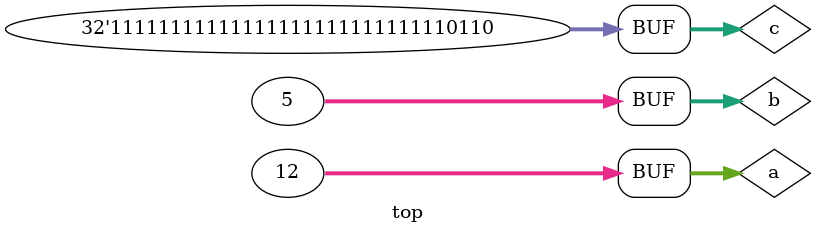
<source format=sv>
/*
:name: binary_op_bit_xnor
:description: ~^ operator test
:tags: 11.4.8
*/
module top();
int a = 12;
int b = 5;
int c;
initial begin
    c = a ~^ b;
end
endmodule

</source>
